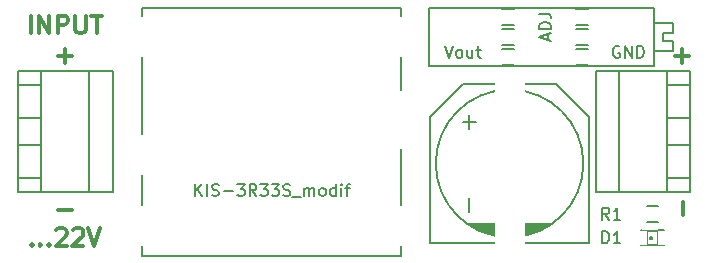
<source format=gto>
%TF.GenerationSoftware,KiCad,Pcbnew,(2015-07-20 BZR 5967, Git 8482637)-product*%
%TF.CreationDate,2015-07-23T15:05:17+02:00*%
%TF.JobID,KIS-3R33S_breakout,4B49532D33523333535F627265616B6F,0.12.d*%
%TF.FileFunction,Legend,Top*%
%FSLAX46Y46*%
G04 Gerber Fmt 4.6, Leading zero omitted, Abs format (unit mm)*
G04 Created by KiCad (PCBNEW (2015-07-20 BZR 5967, Git 8482637)-product) date Thu 23 Jul 2015 03:05:17 PM CEST*
%MOMM*%
G01*
G04 APERTURE LIST*
%ADD10C,0.100000*%
%ADD11C,0.200000*%
%ADD12C,0.300000*%
%ADD13C,0.150000*%
%ADD14R,2.500000X6.300000*%
%ADD15R,2.500000X2.500000*%
%ADD16R,2.500000X3.000000*%
%ADD17C,1.500000*%
%ADD18R,1.200000X0.900000*%
%ADD19C,2.000000*%
%ADD20R,6.000000X3.500000*%
%ADD21R,6.000000X5.000000*%
%ADD22R,1.198880X1.198880*%
G04 APERTURE END LIST*
D10*
D11*
X173366667Y-92219048D02*
X173366667Y-91742857D01*
X173652381Y-92314286D02*
X172652381Y-91980953D01*
X173652381Y-91647619D01*
X173652381Y-91314286D02*
X172652381Y-91314286D01*
X172652381Y-91076191D01*
X172700000Y-90933333D01*
X172795238Y-90838095D01*
X172890476Y-90790476D01*
X173080952Y-90742857D01*
X173223810Y-90742857D01*
X173414286Y-90790476D01*
X173509524Y-90838095D01*
X173604762Y-90933333D01*
X173652381Y-91076191D01*
X173652381Y-91314286D01*
X172652381Y-90028571D02*
X173366667Y-90028571D01*
X173509524Y-90076191D01*
X173604762Y-90171429D01*
X173652381Y-90314286D01*
X173652381Y-90409524D01*
X164676190Y-92752381D02*
X165009523Y-93752381D01*
X165342857Y-92752381D01*
X165819047Y-93752381D02*
X165723809Y-93704762D01*
X165676190Y-93657143D01*
X165628571Y-93561905D01*
X165628571Y-93276190D01*
X165676190Y-93180952D01*
X165723809Y-93133333D01*
X165819047Y-93085714D01*
X165961905Y-93085714D01*
X166057143Y-93133333D01*
X166104762Y-93180952D01*
X166152381Y-93276190D01*
X166152381Y-93561905D01*
X166104762Y-93657143D01*
X166057143Y-93704762D01*
X165961905Y-93752381D01*
X165819047Y-93752381D01*
X167009524Y-93085714D02*
X167009524Y-93752381D01*
X166580952Y-93085714D02*
X166580952Y-93609524D01*
X166628571Y-93704762D01*
X166723809Y-93752381D01*
X166866667Y-93752381D01*
X166961905Y-93704762D01*
X167009524Y-93657143D01*
X167342857Y-93085714D02*
X167723809Y-93085714D01*
X167485714Y-92752381D02*
X167485714Y-93609524D01*
X167533333Y-93704762D01*
X167628571Y-93752381D01*
X167723809Y-93752381D01*
X179438096Y-92800000D02*
X179342858Y-92752381D01*
X179200001Y-92752381D01*
X179057143Y-92800000D01*
X178961905Y-92895238D01*
X178914286Y-92990476D01*
X178866667Y-93180952D01*
X178866667Y-93323810D01*
X178914286Y-93514286D01*
X178961905Y-93609524D01*
X179057143Y-93704762D01*
X179200001Y-93752381D01*
X179295239Y-93752381D01*
X179438096Y-93704762D01*
X179485715Y-93657143D01*
X179485715Y-93323810D01*
X179295239Y-93323810D01*
X179914286Y-93752381D02*
X179914286Y-92752381D01*
X180485715Y-93752381D01*
X180485715Y-92752381D01*
X180961905Y-93752381D02*
X180961905Y-92752381D01*
X181200000Y-92752381D01*
X181342858Y-92800000D01*
X181438096Y-92895238D01*
X181485715Y-92990476D01*
X181533334Y-93180952D01*
X181533334Y-93323810D01*
X181485715Y-93514286D01*
X181438096Y-93609524D01*
X181342858Y-93704762D01*
X181200000Y-93752381D01*
X180961905Y-93752381D01*
D12*
X129714286Y-109535714D02*
X129785714Y-109607143D01*
X129714286Y-109678571D01*
X129642857Y-109607143D01*
X129714286Y-109535714D01*
X129714286Y-109678571D01*
X130428572Y-109535714D02*
X130500000Y-109607143D01*
X130428572Y-109678571D01*
X130357143Y-109607143D01*
X130428572Y-109535714D01*
X130428572Y-109678571D01*
X131142858Y-109535714D02*
X131214286Y-109607143D01*
X131142858Y-109678571D01*
X131071429Y-109607143D01*
X131142858Y-109535714D01*
X131142858Y-109678571D01*
X131785715Y-108321429D02*
X131857144Y-108250000D01*
X132000001Y-108178571D01*
X132357144Y-108178571D01*
X132500001Y-108250000D01*
X132571430Y-108321429D01*
X132642858Y-108464286D01*
X132642858Y-108607143D01*
X132571430Y-108821429D01*
X131714287Y-109678571D01*
X132642858Y-109678571D01*
X133214286Y-108321429D02*
X133285715Y-108250000D01*
X133428572Y-108178571D01*
X133785715Y-108178571D01*
X133928572Y-108250000D01*
X134000001Y-108321429D01*
X134071429Y-108464286D01*
X134071429Y-108607143D01*
X134000001Y-108821429D01*
X133142858Y-109678571D01*
X134071429Y-109678571D01*
X134500000Y-108178571D02*
X135000000Y-109678571D01*
X135500000Y-108178571D01*
X184857143Y-107071428D02*
X184857143Y-105928571D01*
X184178572Y-93607143D02*
X185321429Y-93607143D01*
X184750000Y-94178571D02*
X184750000Y-93035714D01*
X129607143Y-91678571D02*
X129607143Y-90178571D01*
X130321429Y-91678571D02*
X130321429Y-90178571D01*
X131178572Y-91678571D01*
X131178572Y-90178571D01*
X131892858Y-91678571D02*
X131892858Y-90178571D01*
X132464286Y-90178571D01*
X132607144Y-90250000D01*
X132678572Y-90321429D01*
X132750001Y-90464286D01*
X132750001Y-90678571D01*
X132678572Y-90821429D01*
X132607144Y-90892857D01*
X132464286Y-90964286D01*
X131892858Y-90964286D01*
X133392858Y-90178571D02*
X133392858Y-91392857D01*
X133464286Y-91535714D01*
X133535715Y-91607143D01*
X133678572Y-91678571D01*
X133964286Y-91678571D01*
X134107144Y-91607143D01*
X134178572Y-91535714D01*
X134250001Y-91392857D01*
X134250001Y-90178571D01*
X134750001Y-90178571D02*
X135607144Y-90178571D01*
X135178573Y-91678571D02*
X135178573Y-90178571D01*
X131928572Y-106607143D02*
X133071429Y-106607143D01*
X131928572Y-93607143D02*
X133071429Y-93607143D01*
X132500000Y-94178571D02*
X132500000Y-93035714D01*
D11*
X163400000Y-98750000D02*
X166200000Y-95950000D01*
X174100000Y-95950000D02*
X176900000Y-98750000D01*
X171250000Y-108850000D02*
X169050000Y-108850000D01*
X171500000Y-108800000D02*
X168800000Y-108800000D01*
X168450000Y-108700000D02*
X171850000Y-108700000D01*
X172200000Y-108600000D02*
X168100000Y-108600000D01*
X167850000Y-108500000D02*
X172450000Y-108500000D01*
X172700000Y-108400000D02*
X167600000Y-108400000D01*
X172900000Y-108300000D02*
X167400000Y-108300000D01*
X167200000Y-108200000D02*
X173100000Y-108200000D01*
X173250000Y-108100000D02*
X167050000Y-108100000D01*
X166850000Y-108000000D02*
X173450000Y-108000000D01*
X166700000Y-107900000D02*
X173600000Y-107900000D01*
X166550000Y-107800000D02*
X173750000Y-107800000D01*
X176900000Y-109450000D02*
X163400000Y-109450000D01*
X176900000Y-98750000D02*
X176900000Y-109450000D01*
X166200000Y-95950000D02*
X174100000Y-95950000D01*
X163400000Y-109450000D02*
X163400000Y-98750000D01*
X176400000Y-102700000D02*
G75*
G03X176400000Y-102700000I-6250000J0D01*
G01*
D13*
X183950000Y-92350000D02*
X183950000Y-93200000D01*
X183950000Y-91650000D02*
X183950000Y-90800000D01*
X183150000Y-92350000D02*
X183950000Y-92350000D01*
X183150000Y-91650000D02*
X183150000Y-92350000D01*
X183950000Y-91650000D02*
X183150000Y-91650000D01*
X183950000Y-93200000D02*
X182350000Y-93200000D01*
X182350000Y-90800000D02*
X183950000Y-90800000D01*
X163300000Y-94450000D02*
X182350000Y-94450000D01*
X163300000Y-89550000D02*
X163300000Y-94450000D01*
X182350000Y-89550000D02*
X163300000Y-89550000D01*
X182350000Y-89550000D02*
X182350000Y-94450000D01*
X176800000Y-94375000D02*
X175800000Y-94375000D01*
X175800000Y-93025000D02*
X176800000Y-93025000D01*
X176800000Y-92675000D02*
X175800000Y-92675000D01*
X175800000Y-91325000D02*
X176800000Y-91325000D01*
X176800000Y-90975000D02*
X175800000Y-90975000D01*
X175800000Y-89625000D02*
X176800000Y-89625000D01*
X170500000Y-94375000D02*
X169500000Y-94375000D01*
X169500000Y-93025000D02*
X170500000Y-93025000D01*
X170500000Y-92675000D02*
X169500000Y-92675000D01*
X169500000Y-91325000D02*
X170500000Y-91325000D01*
D11*
X183482000Y-103962400D02*
X185463200Y-103962400D01*
X183482000Y-101117600D02*
X185463200Y-101117600D01*
X183482000Y-98882400D02*
X185463200Y-98882400D01*
X183482000Y-96037600D02*
X185463200Y-96037600D01*
X183482000Y-105130800D02*
X183482000Y-94869200D01*
X179418000Y-94869200D02*
X179418000Y-105130800D01*
X185463200Y-105130800D02*
X177436800Y-105130800D01*
X177436800Y-105130800D02*
X177436800Y-94869200D01*
X177436800Y-94869200D02*
X185463200Y-94869200D01*
X185463200Y-94869200D02*
X185463200Y-105130800D01*
X130518000Y-96037600D02*
X128536800Y-96037600D01*
X130518000Y-98882400D02*
X128536800Y-98882400D01*
X130518000Y-101117600D02*
X128536800Y-101117600D01*
X130518000Y-103962400D02*
X128536800Y-103962400D01*
X130518000Y-94869200D02*
X130518000Y-105130800D01*
X134582000Y-105130800D02*
X134582000Y-94869200D01*
X128536800Y-94869200D02*
X136563200Y-94869200D01*
X136563200Y-94869200D02*
X136563200Y-105130800D01*
X136563200Y-105130800D02*
X128536800Y-105130800D01*
X128536800Y-105130800D02*
X128536800Y-94869200D01*
X139000000Y-110500000D02*
X139000000Y-89500000D01*
X161000000Y-110500000D02*
X139000000Y-110500000D01*
X161000000Y-89500000D02*
X161000000Y-110500000D01*
X139000000Y-89500000D02*
X161000000Y-89500000D01*
D13*
X181752160Y-109299720D02*
X181752160Y-109624840D01*
X181752160Y-109624840D02*
X181251780Y-109624840D01*
X181251780Y-109299720D02*
X181251780Y-109624840D01*
X181752160Y-109299720D02*
X181251780Y-109299720D01*
X181752160Y-108677420D02*
X181752160Y-108827280D01*
X181752160Y-108827280D02*
X181500700Y-108827280D01*
X181500700Y-108677420D02*
X181500700Y-108827280D01*
X181752160Y-108677420D02*
X181500700Y-108677420D01*
X181752160Y-109172720D02*
X181752160Y-109322580D01*
X181752160Y-109322580D02*
X181500700Y-109322580D01*
X181500700Y-109172720D02*
X181500700Y-109322580D01*
X181752160Y-109172720D02*
X181500700Y-109172720D01*
X181752160Y-108801880D02*
X181752160Y-109198120D01*
X181752160Y-109198120D02*
X181576900Y-109198120D01*
X181576900Y-108801880D02*
X181576900Y-109198120D01*
X181752160Y-108801880D02*
X181576900Y-108801880D01*
X183248220Y-109299720D02*
X183248220Y-109624840D01*
X183248220Y-109624840D02*
X182747840Y-109624840D01*
X182747840Y-109299720D02*
X182747840Y-109624840D01*
X183248220Y-109299720D02*
X182747840Y-109299720D01*
X183248220Y-108375160D02*
X183248220Y-108700280D01*
X183248220Y-108700280D02*
X182747840Y-108700280D01*
X182747840Y-108375160D02*
X182747840Y-108700280D01*
X183248220Y-108375160D02*
X182747840Y-108375160D01*
X182999300Y-109172720D02*
X182999300Y-109322580D01*
X182999300Y-109322580D02*
X182747840Y-109322580D01*
X182747840Y-109172720D02*
X182747840Y-109322580D01*
X182999300Y-109172720D02*
X182747840Y-109172720D01*
X182999300Y-108677420D02*
X182999300Y-108827280D01*
X182999300Y-108827280D02*
X182747840Y-108827280D01*
X182747840Y-108677420D02*
X182747840Y-108827280D01*
X182999300Y-108677420D02*
X182747840Y-108677420D01*
X182923100Y-108801880D02*
X182923100Y-109198120D01*
X182923100Y-109198120D02*
X182747840Y-109198120D01*
X182747840Y-108801880D02*
X182747840Y-109198120D01*
X182923100Y-108801880D02*
X182747840Y-108801880D01*
X182250000Y-108900940D02*
X182250000Y-109099060D01*
X182250000Y-109099060D02*
X182051880Y-109099060D01*
X182051880Y-108900940D02*
X182051880Y-109099060D01*
X182250000Y-108900940D02*
X182051880Y-108900940D01*
X181752160Y-108400560D02*
X181752160Y-108700280D01*
X181752160Y-108700280D02*
X181452440Y-108700280D01*
X181452440Y-108400560D02*
X181452440Y-108700280D01*
X181752160Y-108400560D02*
X181452440Y-108400560D01*
X181325440Y-108375160D02*
X181325440Y-108601220D01*
X181325440Y-108601220D02*
X181251780Y-108601220D01*
X181251780Y-108375160D02*
X181251780Y-108601220D01*
X181325440Y-108375160D02*
X181251780Y-108375160D01*
X181726760Y-109574040D02*
X182773240Y-109574040D01*
X182747840Y-108425960D02*
X181325440Y-108425960D01*
X181473482Y-108550420D02*
G75*
G03X181473482Y-108550420I-71842J0D01*
G01*
X181251780Y-108652020D02*
G75*
G02X181251780Y-109347980I0J-347980D01*
G01*
X183248220Y-109347980D02*
G75*
G02X183248220Y-108652020I0J347980D01*
G01*
X182750000Y-107675000D02*
X181750000Y-107675000D01*
X181750000Y-106325000D02*
X182750000Y-106325000D01*
X170500000Y-90975000D02*
X169500000Y-90975000D01*
X169500000Y-89625000D02*
X170500000Y-89625000D01*
D11*
X166757143Y-106771428D02*
X166757143Y-105628571D01*
X166757143Y-99771428D02*
X166757143Y-98628571D01*
X167328571Y-99200000D02*
X166185714Y-99200000D01*
X143523810Y-105452381D02*
X143523810Y-104452381D01*
X144095239Y-105452381D02*
X143666667Y-104880952D01*
X144095239Y-104452381D02*
X143523810Y-105023810D01*
X144523810Y-105452381D02*
X144523810Y-104452381D01*
X144952381Y-105404762D02*
X145095238Y-105452381D01*
X145333334Y-105452381D01*
X145428572Y-105404762D01*
X145476191Y-105357143D01*
X145523810Y-105261905D01*
X145523810Y-105166667D01*
X145476191Y-105071429D01*
X145428572Y-105023810D01*
X145333334Y-104976190D01*
X145142857Y-104928571D01*
X145047619Y-104880952D01*
X145000000Y-104833333D01*
X144952381Y-104738095D01*
X144952381Y-104642857D01*
X145000000Y-104547619D01*
X145047619Y-104500000D01*
X145142857Y-104452381D01*
X145380953Y-104452381D01*
X145523810Y-104500000D01*
X145952381Y-105071429D02*
X146714286Y-105071429D01*
X147095238Y-104452381D02*
X147714286Y-104452381D01*
X147380952Y-104833333D01*
X147523810Y-104833333D01*
X147619048Y-104880952D01*
X147666667Y-104928571D01*
X147714286Y-105023810D01*
X147714286Y-105261905D01*
X147666667Y-105357143D01*
X147619048Y-105404762D01*
X147523810Y-105452381D01*
X147238095Y-105452381D01*
X147142857Y-105404762D01*
X147095238Y-105357143D01*
X148714286Y-105452381D02*
X148380952Y-104976190D01*
X148142857Y-105452381D02*
X148142857Y-104452381D01*
X148523810Y-104452381D01*
X148619048Y-104500000D01*
X148666667Y-104547619D01*
X148714286Y-104642857D01*
X148714286Y-104785714D01*
X148666667Y-104880952D01*
X148619048Y-104928571D01*
X148523810Y-104976190D01*
X148142857Y-104976190D01*
X149047619Y-104452381D02*
X149666667Y-104452381D01*
X149333333Y-104833333D01*
X149476191Y-104833333D01*
X149571429Y-104880952D01*
X149619048Y-104928571D01*
X149666667Y-105023810D01*
X149666667Y-105261905D01*
X149619048Y-105357143D01*
X149571429Y-105404762D01*
X149476191Y-105452381D01*
X149190476Y-105452381D01*
X149095238Y-105404762D01*
X149047619Y-105357143D01*
X150000000Y-104452381D02*
X150619048Y-104452381D01*
X150285714Y-104833333D01*
X150428572Y-104833333D01*
X150523810Y-104880952D01*
X150571429Y-104928571D01*
X150619048Y-105023810D01*
X150619048Y-105261905D01*
X150571429Y-105357143D01*
X150523810Y-105404762D01*
X150428572Y-105452381D01*
X150142857Y-105452381D01*
X150047619Y-105404762D01*
X150000000Y-105357143D01*
X151000000Y-105404762D02*
X151142857Y-105452381D01*
X151380953Y-105452381D01*
X151476191Y-105404762D01*
X151523810Y-105357143D01*
X151571429Y-105261905D01*
X151571429Y-105166667D01*
X151523810Y-105071429D01*
X151476191Y-105023810D01*
X151380953Y-104976190D01*
X151190476Y-104928571D01*
X151095238Y-104880952D01*
X151047619Y-104833333D01*
X151000000Y-104738095D01*
X151000000Y-104642857D01*
X151047619Y-104547619D01*
X151095238Y-104500000D01*
X151190476Y-104452381D01*
X151428572Y-104452381D01*
X151571429Y-104500000D01*
X151761905Y-105547619D02*
X152523810Y-105547619D01*
X152761905Y-105452381D02*
X152761905Y-104785714D01*
X152761905Y-104880952D02*
X152809524Y-104833333D01*
X152904762Y-104785714D01*
X153047620Y-104785714D01*
X153142858Y-104833333D01*
X153190477Y-104928571D01*
X153190477Y-105452381D01*
X153190477Y-104928571D02*
X153238096Y-104833333D01*
X153333334Y-104785714D01*
X153476191Y-104785714D01*
X153571429Y-104833333D01*
X153619048Y-104928571D01*
X153619048Y-105452381D01*
X154238095Y-105452381D02*
X154142857Y-105404762D01*
X154095238Y-105357143D01*
X154047619Y-105261905D01*
X154047619Y-104976190D01*
X154095238Y-104880952D01*
X154142857Y-104833333D01*
X154238095Y-104785714D01*
X154380953Y-104785714D01*
X154476191Y-104833333D01*
X154523810Y-104880952D01*
X154571429Y-104976190D01*
X154571429Y-105261905D01*
X154523810Y-105357143D01*
X154476191Y-105404762D01*
X154380953Y-105452381D01*
X154238095Y-105452381D01*
X155428572Y-105452381D02*
X155428572Y-104452381D01*
X155428572Y-105404762D02*
X155333334Y-105452381D01*
X155142857Y-105452381D01*
X155047619Y-105404762D01*
X155000000Y-105357143D01*
X154952381Y-105261905D01*
X154952381Y-104976190D01*
X155000000Y-104880952D01*
X155047619Y-104833333D01*
X155142857Y-104785714D01*
X155333334Y-104785714D01*
X155428572Y-104833333D01*
X155904762Y-105452381D02*
X155904762Y-104785714D01*
X155904762Y-104452381D02*
X155857143Y-104500000D01*
X155904762Y-104547619D01*
X155952381Y-104500000D01*
X155904762Y-104452381D01*
X155904762Y-104547619D01*
X156238095Y-104785714D02*
X156619047Y-104785714D01*
X156380952Y-105452381D02*
X156380952Y-104595238D01*
X156428571Y-104500000D01*
X156523809Y-104452381D01*
X156619047Y-104452381D01*
D13*
X178011905Y-109452381D02*
X178011905Y-108452381D01*
X178250000Y-108452381D01*
X178392858Y-108500000D01*
X178488096Y-108595238D01*
X178535715Y-108690476D01*
X178583334Y-108880952D01*
X178583334Y-109023810D01*
X178535715Y-109214286D01*
X178488096Y-109309524D01*
X178392858Y-109404762D01*
X178250000Y-109452381D01*
X178011905Y-109452381D01*
X179535715Y-109452381D02*
X178964286Y-109452381D01*
X179250000Y-109452381D02*
X179250000Y-108452381D01*
X179154762Y-108595238D01*
X179059524Y-108690476D01*
X178964286Y-108738095D01*
X178583334Y-107452381D02*
X178250000Y-106976190D01*
X178011905Y-107452381D02*
X178011905Y-106452381D01*
X178392858Y-106452381D01*
X178488096Y-106500000D01*
X178535715Y-106547619D01*
X178583334Y-106642857D01*
X178583334Y-106785714D01*
X178535715Y-106880952D01*
X178488096Y-106928571D01*
X178392858Y-106976190D01*
X178011905Y-106976190D01*
X179535715Y-107452381D02*
X178964286Y-107452381D01*
X179250000Y-107452381D02*
X179250000Y-106452381D01*
X179154762Y-106595238D01*
X179059524Y-106690476D01*
X178964286Y-106738095D01*
%LPC*%
D14*
X170150000Y-98000000D03*
X170150000Y-107400000D03*
D15*
X170150000Y-100160000D03*
X170150000Y-105240000D03*
D16*
X170150000Y-98890000D03*
X170150000Y-106510000D03*
D17*
X166350000Y-90730000D03*
X173970000Y-93270000D03*
X179050000Y-90730000D03*
D18*
X175200000Y-93700000D03*
X177400000Y-93700000D03*
X175200000Y-92000000D03*
X177400000Y-92000000D03*
X175200000Y-90300000D03*
X177400000Y-90300000D03*
X168900000Y-93700000D03*
X171100000Y-93700000D03*
X168900000Y-92000000D03*
X171100000Y-92000000D03*
D19*
X181450000Y-97460000D03*
X181450000Y-102540000D03*
X132550000Y-102540000D03*
X132550000Y-97460000D03*
D20*
X140000000Y-92000000D03*
X140000000Y-102000000D03*
X140000000Y-108000000D03*
X160000000Y-108000000D03*
D21*
X160000000Y-99000000D03*
D20*
X160000000Y-92000000D03*
D22*
X183299020Y-109000000D03*
X181200980Y-109000000D03*
D18*
X181150000Y-107000000D03*
X183350000Y-107000000D03*
X168900000Y-90300000D03*
X171100000Y-90300000D03*
M02*

</source>
